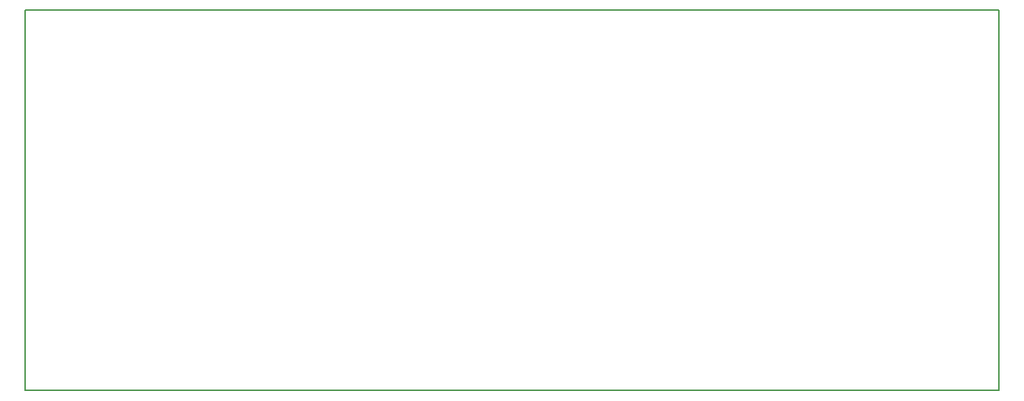
<source format=gbr>
G04 #@! TF.FileFunction,Other,User*
%FSLAX46Y46*%
G04 Gerber Fmt 4.6, Leading zero omitted, Abs format (unit mm)*
G04 Created by KiCad (PCBNEW 4.0.4+e1-6308~48~ubuntu16.04.1-stable) date Thu Sep 15 22:11:00 2016*
%MOMM*%
%LPD*%
G01*
G04 APERTURE LIST*
%ADD10C,0.100000*%
%ADD11C,0.200000*%
G04 APERTURE END LIST*
D10*
D11*
X150000000Y-35000000D02*
X35000000Y-35000000D01*
X150000000Y-80000000D02*
X150000000Y-35000000D01*
X35000000Y-80000000D02*
X150000000Y-80000000D01*
X35000000Y-35000000D02*
X35000000Y-80000000D01*
M02*

</source>
